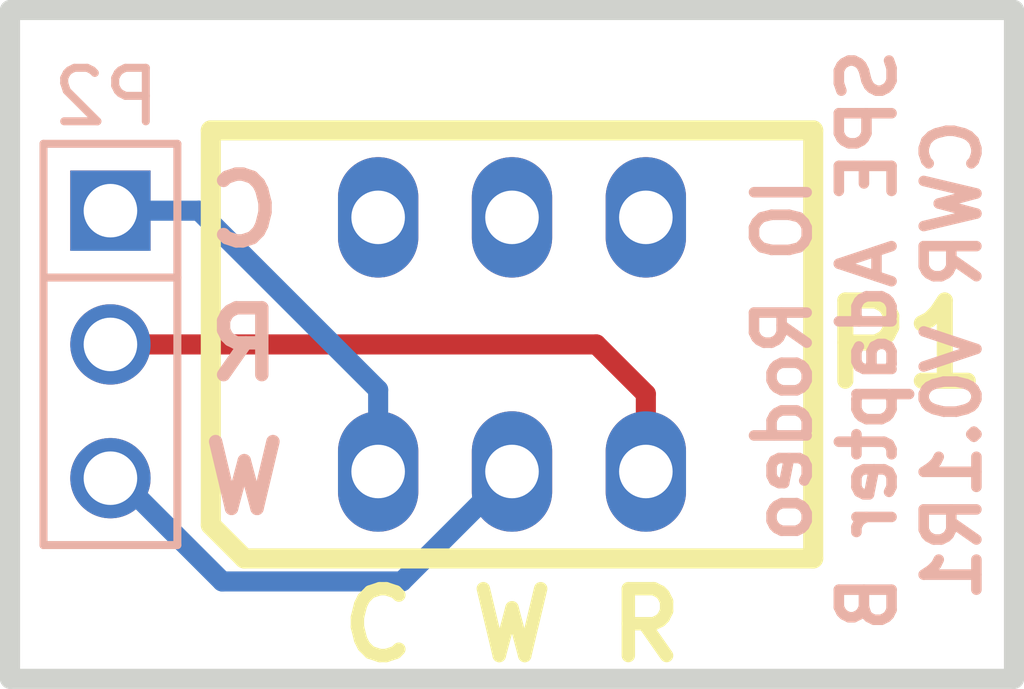
<source format=kicad_pcb>
(kicad_pcb (version 20221018) (generator pcbnew)
  (title_block (date "13 sep 2014"))
  (layers (0 "F.Cu" signal) (31 "B.Cu" signal) (34 "B.Paste" user) (35 "F.Paste" user) (36 "B.SilkS" user "B.Silkscreen") (37 "F.SilkS" user "F.Silkscreen") (38 "B.Mask" user) (39 "F.Mask" user) (44 "Edge.Cuts" user))
  (net 0 "")
  (net 1 "/counter")
  (net 2 "/reference")
  (net 3 "/working")
  (footprint "card_edge_3x2:CARD_EDGE_3x2" (layer "F.Cu") (at 114.3 114.3)
    (fp_text reference "P1" (at 7.45 0) (layer "F.SilkS") (effects (font (size 1.524 1.524) (thickness 0.3048))))
    (fp_text value "" (at 0 -5.65) (layer "F.SilkS") (effects (font (size 1.524 1.524) (thickness 0.3048))))
    (fp_line (start -5.715 -4.064) (end -5.715 3.429) (stroke (width 0.381)) (layer "F.SilkS"))
    (fp_line (start -5.715 -4.064) (end 5.715 -4.064) (stroke (width 0.381)) (layer "F.SilkS"))
    (fp_line (start -5.715 3.429) (end -5.08 4.064) (stroke (width 0.381)) (layer "F.SilkS"))
    (fp_line (start -5.08 4.064) (end 5.715 4.064) (stroke (width 0.381)) (layer "F.SilkS"))
    (fp_line (start 5.715 -4.064) (end 5.715 4.064) (stroke (width 0.381)) (layer "F.SilkS"))
    (pad "1" thru_hole oval (at -2.54 2.413) (size 1.524 2.286) (drill 1.016) (layers "*.Cu" "*.Mask") (net 1 "/counter"))
    (pad "2" thru_hole oval (at -2.54 -2.413) (size 1.524 2.286) (drill 1.016) (layers "*.Cu" "*.Mask"))
    (pad "3" thru_hole oval (at 0 2.413) (size 1.524 2.286) (drill 1.016) (layers "*.Cu" "*.Mask") (net 3 "/working"))
    (pad "4" thru_hole oval (at 0 -2.413) (size 1.524 2.286) (drill 1.016) (layers "*.Cu" "*.Mask"))
    (pad "5" thru_hole oval (at 2.54 2.413) (size 1.524 2.286) (drill 1.016) (layers "*.Cu" "*.Mask") (net 2 "/reference"))
    (pad "6" thru_hole oval (at 2.54 -2.413) (size 1.524 2.286) (drill 1.016) (layers "*.Cu" "*.Mask"))
  )
  (footprint "pin_array_3x1:PIN_ARRAY_3X1" (layer "B.Cu") (at 106.68 114.3 -90)
    (fp_text reference "P2" (at -4.699 0.07874 180) (layer "B.SilkS") (effects (font (size 1.016 1.016) (thickness 0.1524)) (justify mirror)))
    (fp_text value "" hide)
    (fp_line (start -3.81 -1.27) (end -3.81 1.27) (stroke (width 0.1524)) (layer "B.SilkS"))
    (fp_line (start -3.81 1.27) (end 3.81 1.27) (stroke (width 0.1524)) (layer "B.SilkS"))
    (fp_line (start -1.27 1.27) (end -1.27 -1.27) (stroke (width 0.1524)) (layer "B.SilkS"))
    (fp_line (start 3.81 -1.27) (end -3.81 -1.27) (stroke (width 0.1524)) (layer "B.SilkS"))
    (fp_line (start 3.81 1.27) (end 3.81 -1.27) (stroke (width 0.1524)) (layer "B.SilkS"))
    (pad "1" thru_hole rect (at -2.54 0 270) (size 1.524 1.524) (drill 1.016) (layers "*.Cu" "*.Mask") (net 1 "/counter"))
    (pad "2" thru_hole circle (at 0 0 270) (size 1.524 1.524) (drill 1.016) (layers "*.Cu" "*.Mask") (net 2 "/reference"))
    (pad "3" thru_hole circle (at 2.54 0 270) (size 1.524 1.524) (drill 1.016) (layers "*.Cu" "*.Mask") (net 3 "/working"))
  )
  (gr_line (start 104.775 107.95) (end 104.775 120.65) (stroke (width 0.381)) (layer "Edge.Cuts"))
  (gr_line (start 123.825 107.95) (end 123.825 120.65) (stroke (width 0.381)) (layer "Edge.Cuts"))
  (gr_line (start 104.775 107.95) (end 123.825 107.95) (stroke (width 0.381)) (layer "Edge.Cuts"))
  (gr_line (start 104.775 120.65) (end 123.825 120.65) (stroke (width 0.381)) (layer "Edge.Cuts"))
  (gr_text "W" (at 109.22 116.84) (layer "B.SilkS") (effects (font (size 1.27 1.27) (thickness 0.254))))
  (gr_text "C" (at 109.22 111.76) (layer "B.SilkS") (effects (font (size 1.27 1.27) (thickness 0.254)) (justify mirror)))
  (gr_text "IO Rodeo\nSPE Adapter B \nCWR V0.1R1\n" (at 121.05 114.6 90) (layer "B.SilkS") (effects (font (size 1 1) (thickness 0.2) bold) (justify mirror)))
  (gr_text "R" (at 109.22 114.3) (layer "B.SilkS") (effects (font (size 1.27 1.27) (thickness 0.254)) (justify mirror)))
  (gr_text "C" (at 111.76 119.634) (layer "F.SilkS") (effects (font (size 1.27 1.27) (thickness 0.254))))
  (gr_text "R" (at 116.84 119.634) (layer "F.SilkS") (effects (font (size 1.27 1.27) (thickness 0.254))))
  (gr_text "W" (at 114.3 119.634) (layer "F.SilkS") (effects (font (size 1.27 1.27) (thickness 0.254))))
  (segment (start 108.35894 111.76) (end 111.76 115.16106) (width 0.381) (layer "B.Cu") (net 1))
  (segment (start 111.76 115.16106) (end 111.76 116.713) (width 0.381) (layer "B.Cu") (net 1))
  (segment (start 106.68 111.76) (end 108.35894 111.76) (width 0.381) (layer "B.Cu") (net 1))
  (segment (start 106.68 114.3) (end 115.9002 114.3) (width 0.381) (layer "F.Cu") (net 2))
  (segment (start 115.9002 114.3) (end 116.84 115.2398) (width 0.381) (layer "F.Cu") (net 2))
  (segment (start 116.84 115.2398) (end 116.84 116.713) (width 0.381) (layer "F.Cu") (net 2))
  (segment (start 106.84002 116.84) (end 108.8009 118.80088) (width 0.381) (layer "B.Cu") (net 3))
  (segment (start 106.68 116.84) (end 106.84002 116.84) (width 0.381) (layer "B.Cu") (net 3))
  (segment (start 108.8009 118.80088) (end 112.21212 118.80088) (width 0.381) (layer "B.Cu") (net 3))
  (segment (start 112.21212 118.80088) (end 114.3 116.713) (width 0.381) (layer "B.Cu") (net 3))
)
</source>
